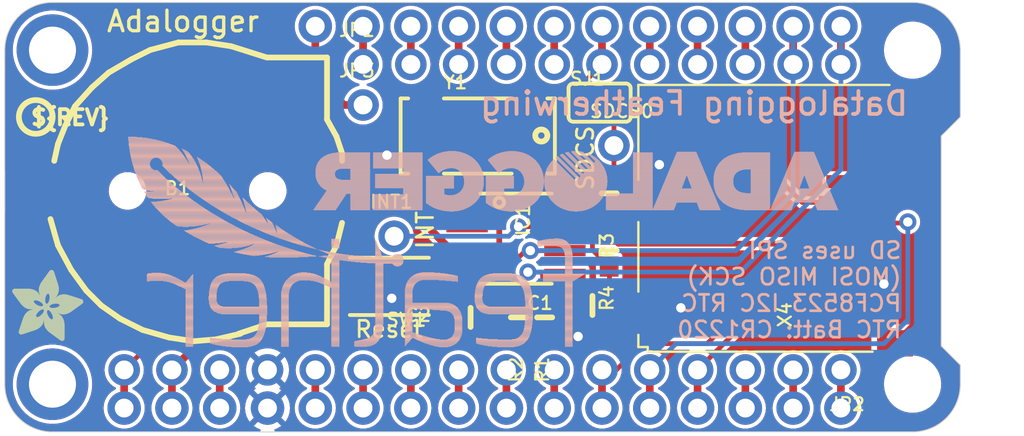
<source format=kicad_pcb>
(kicad_pcb (version 20221018) (generator pcbnew)
  (layers (0 "F.Cu" signal) (31 "B.Cu" signal) (34 "B.Paste" user) (35 "F.Paste" user) (36 "B.SilkS" user "B.Silkscreen") (37 "F.SilkS" user "F.Silkscreen") (38 "B.Mask" user) (39 "F.Mask" user) (44 "Edge.Cuts" user))
  (net 0 "")
  (net 1 "G")
  (net 2 "TX")
  (net 3 "RX")
  (net 4 "F")
  (net 5 "E")
  (net 6 "D")
  (net 7 "C")
  (net 8 "B")
  (net 9 "A")
  (net 10 "AREF")
  (net 11 "USB")
  (net 12 "N")
  (net 13 "M")
  (net 14 "L")
  (net 15 "J")
  (net 16 "I")
  (net 17 "H")
  (net 18 "SCL")
  (net 19 "SDA")
  (net 20 "GND")
  (net 21 "MOSI")
  (net 22 "MISO")
  (net 23 "SCK")
  (net 24 "+3V3")
  (net 25 "SD_CS")
  (net 26 "RESET")
  (net 27 "N$7")
  (net 28 "N$8")
  (net 29 "VBAT")
  (net 30 "EN")
  (net 31 "CR1220")
  (net 32 "INT1")
  (net 33 "CS")
  (net 34 "N$1")
  (footprint "working:PCBFEAT-REV-040" (layer "F.Cu") (at 124.7521 99.6696)
    (fp_text reference "U$5" hide)
    (fp_text value "" hide)
    (fp_text user "${REV}" (at -0.3556 0.508) (layer "F.SilkS") (effects (font (size 0.8128 0.8128) (thickness 0.2032)) (justify left bottom)))
  )
  (footprint "working:FEATHERWING_NODIM" (layer "F.Cu") (at 123.1011 116.4336)
    (fp_text reference "MS1" hide)
    (fp_text value "FEATHERWING_NODIM" hide)
    (pad "" np_thru_hole circle (at 48.26 -20.32) (size 2.54 2.54) (drill 2.54) (layers "*.Cu" "*.Mask"))
    (pad "" np_thru_hole circle (at 48.26 -2.54) (size 2.54 2.54) (drill 2.54) (layers "*.Cu" "*.Mask"))
    (pad "1" thru_hole circle (at 6.35 -1.27) (size 1.778 1.778) (drill 1) (layers "*.Cu" "*.Mask") (net 26 "RESET"))
    (pad "2" thru_hole circle (at 8.89 -1.27) (size 1.778 1.778) (drill 1) (layers "*.Cu" "*.Mask") (net 24 "+3V3"))
    (pad "3" thru_hole circle (at 11.43 -1.27) (size 1.778 1.778) (drill 1) (layers "*.Cu" "*.Mask") (net 10 "AREF"))
    (pad "4" thru_hole circle (at 13.97 -1.27) (size 1.778 1.778) (drill 1) (layers "*.Cu" "*.Mask") (net 20 "GND"))
    (pad "5" thru_hole circle (at 16.51 -1.27) (size 1.778 1.778) (drill 1) (layers "*.Cu" "*.Mask") (net 9 "A"))
    (pad "6" thru_hole circle (at 19.05 -1.27) (size 1.778 1.778) (drill 1) (layers "*.Cu" "*.Mask") (net 8 "B"))
    (pad "7" thru_hole circle (at 21.59 -1.27) (size 1.778 1.778) (drill 1) (layers "*.Cu" "*.Mask") (net 7 "C"))
    (pad "8" thru_hole circle (at 24.13 -1.27) (size 1.778 1.778) (drill 1) (layers "*.Cu" "*.Mask") (net 6 "D"))
    (pad "9" thru_hole circle (at 26.67 -1.27) (size 1.778 1.778) (drill 1) (layers "*.Cu" "*.Mask") (net 5 "E"))
    (pad "10" thru_hole circle (at 29.21 -1.27) (size 1.778 1.778) (drill 1) (layers "*.Cu" "*.Mask") (net 4 "F"))
    (pad "11" thru_hole circle (at 31.75 -1.27) (size 1.778 1.778) (drill 1) (layers "*.Cu" "*.Mask") (net 23 "SCK"))
    (pad "12" thru_hole circle (at 34.29 -1.27) (size 1.778 1.778) (drill 1) (layers "*.Cu" "*.Mask") (net 21 "MOSI"))
    (pad "13" thru_hole circle (at 36.83 -1.27) (size 1.778 1.778) (drill 1) (layers "*.Cu" "*.Mask") (net 22 "MISO"))
    (pad "14" thru_hole circle (at 39.37 -1.27) (size 1.778 1.778) (drill 1) (layers "*.Cu" "*.Mask") (net 3 "RX"))
    (pad "15" thru_hole circle (at 41.91 -1.27) (size 1.778 1.778) (drill 1) (layers "*.Cu" "*.Mask") (net 2 "TX"))
    (pad "16" thru_hole circle (at 44.45 -1.27) (size 1.778 1.778) (drill 1) (layers "*.Cu" "*.Mask") (net 1 "G"))
    (pad "17" thru_hole circle (at 44.45 -21.59) (size 1.778 1.778) (drill 1) (layers "*.Cu" "*.Mask") (net 19 "SDA"))
    (pad "18" thru_hole circle (at 41.91 -21.59) (size 1.778 1.778) (drill 1) (layers "*.Cu" "*.Mask") (net 18 "SCL"))
    (pad "19" thru_hole circle (at 39.37 -21.59) (size 1.778 1.778) (drill 1) (layers "*.Cu" "*.Mask") (net 17 "H"))
    (pad "20" thru_hole circle (at 36.83 -21.59) (size 1.778 1.778) (drill 1) (layers "*.Cu" "*.Mask") (net 16 "I"))
    (pad "21" thru_hole circle (at 34.29 -21.59) (size 1.778 1.778) (drill 1) (layers "*.Cu" "*.Mask") (net 15 "J"))
    (pad "22" thru_hole circle (at 31.75 -21.59) (size 1.778 1.778) (drill 1) (layers "*.Cu" "*.Mask") (net 33 "CS"))
    (pad "23" thru_hole circle (at 29.21 -21.59) (size 1.778 1.778) (drill 1) (layers "*.Cu" "*.Mask") (net 14 "L"))
    (pad "24" thru_hole circle (at 26.67 -21.59) (size 1.778 1.778) (drill 1) (layers "*.Cu" "*.Mask") (net 13 "M"))
    (pad "25" thru_hole circle (at 24.13 -21.59) (size 1.778 1.778) (drill 1) (layers "*.Cu" "*.Mask") (net 12 "N"))
    (pad "26" thru_hole circle (at 21.59 -21.59) (size 1.778 1.778) (drill 1) (layers "*.Cu" "*.Mask") (net 11 "USB"))
    (pad "27" thru_hole circle (at 19.05 -21.59) (size 1.778 1.778) (drill 1) (layers "*.Cu" "*.Mask") (net 30 "EN"))
    (pad "28" thru_hole circle (at 16.51 -21.59) (size 1.778 1.778) (drill 1) (layers "*.Cu" "*.Mask") (net 29 "VBAT"))
    (pad "P$1" thru_hole circle (at 2.54 -20.32) (size 3.81 3.81) (drill 2.5) (layers "*.Cu" "*.Mask"))
    (pad "P$2" thru_hole circle (at 2.54 -2.54) (size 3.81 3.81) (drill 2.5) (layers "*.Cu" "*.Mask"))
  )
  (footprint "working:SOIC8_150MIL" (layer "F.Cu") (at 150.2791 106.1466 -90)
    (fp_text reference "IC1" (at -1.905 -0.381 90) (layer "F.SilkS") (effects (font (size 0.692831 0.692831) (thickness 0.119969)) (justify right)))
    (fp_text value "PCF8523T")
    (pad "1" smd rect (at -1.905 2.6 270) (size 0.6 2.2) (layers "F.Cu" "F.Paste" "F.Mask") (net 27 "N$7"))
    (pad "2" smd rect (at -0.635 2.6 270) (size 0.6 2.2) (layers "F.Cu" "F.Paste" "F.Mask") (net 28 "N$8"))
    (pad "3" smd rect (at 0.635 2.6 270) (size 0.6 2.2) (layers "F.Cu" "F.Paste" "F.Mask") (net 31 "CR1220"))
    (pad "4" smd rect (at 1.905 2.6 270) (size 0.6 2.2) (layers "F.Cu" "F.Paste" "F.Mask") (net 20 "GND"))
    (pad "5" smd rect (at 1.905 -2.6 270) (size 0.6 2.2) (layers "F.Cu" "F.Paste" "F.Mask") (net 19 "SDA"))
    (pad "6" smd rect (at 0.635 -2.6 270) (size 0.6 2.2) (layers "F.Cu" "F.Paste" "F.Mask") (net 18 "SCL"))
    (pad "7" smd rect (at -0.635 -2.6 270) (size 0.6 2.2) (layers "F.Cu" "F.Paste" "F.Mask") (net 32 "INT1"))
    (pad "8" smd rect (at -1.905 -2.6 270) (size 0.6 2.2) (layers "F.Cu" "F.Paste" "F.Mask") (net 34 "N$1"))
  )
  (footprint "working:CR1220-2" (layer "F.Cu") (at 133.1341 103.6066)
    (fp_text reference "B1" (at -1.602 -0.14) (layer "F.SilkS") (effects (font (size 0.692831 0.692831) (thickness 0.119969)) (justify left)))
    (fp_text value "cr1220")
    (pad "" np_thru_hole circle (at -3.5 0) (size 1.5 1.5) (drill 1.5) (layers "*.Cu" "*.Mask"))
    (pad "" np_thru_hole circle (at 3.95 0) (size 1.5 1.5) (drill 1.5) (layers "*.Cu" "*.Mask"))
    (pad "+" smd rect (at 8.29 0) (size 4 2) (layers "F.Cu" "F.Paste" "F.Mask") (net 31 "CR1220"))
    (pad "-" smd rect (at -7.6 0) (size 4 2) (layers "F.Cu" "F.Paste" "F.Mask") (net 20 "GND"))
  )
  (footprint "working:0603-NO" (layer "F.Cu") (at 155.2321 103.7336 -90)
    (fp_text reference "R3" (at 2.032 0.127 90) (layer "F.SilkS") (effects (font (size 0.692831 0.692831) (thickness 0.119969)) (justify right)))
    (fp_text value "100K")
    (pad "1" smd rect (at -0.85 0 270) (size 1.075 1) (layers "F.Cu" "F.Paste" "F.Mask") (net 25 "SD_CS"))
    (pad "2" smd rect (at 0.85 0 270) (size 1.075 1) (layers "F.Cu" "F.Paste" "F.Mask") (net 24 "+3V3"))
  )
  (footprint "working:1X11_ROUND" (layer "F.Cu") (at 154.8511 96.8756)
    (fp_text reference "JP1" (at -14.0462 -1.8288) (layer "F.SilkS") (effects (font (size 0.692831 0.692831) (thickness 0.119969)) (justify left)))
    (fp_text value "")
    (pad "1" thru_hole circle (at -12.7 0 90) (size 1.6764 1.6764) (drill 1) (layers "*.Cu" "*.Mask") (net 30 "EN"))
    (pad "2" thru_hole circle (at -10.16 0 90) (size 1.6764 1.6764) (drill 1) (layers "*.Cu" "*.Mask") (net 11 "USB"))
    (pad "3" thru_hole circle (at -7.62 0 90) (size 1.6764 1.6764) (drill 1) (layers "*.Cu" "*.Mask") (net 12 "N"))
    (pad "4" thru_hole circle (at -5.08 0 90) (size 1.6764 1.6764) (drill 1) (layers "*.Cu" "*.Mask") (net 13 "M"))
    (pad "5" thru_hole circle (at -2.54 0 90) (size 1.6764 1.6764) (drill 1) (layers "*.Cu" "*.Mask") (net 14 "L"))
    (pad "6" thru_hole circle (at 0 0 90) (size 1.6764 1.6764) (drill 1) (layers "*.Cu" "*.Mask") (net 33 "CS"))
    (pad "7" thru_hole circle (at 2.54 0 90) (size 1.6764 1.6764) (drill 1) (layers "*.Cu" "*.Mask") (net 15 "J"))
    (pad "8" thru_hole circle (at 5.08 0 90) (size 1.6764 1.6764) (drill 1) (layers "*.Cu" "*.Mask") (net 16 "I"))
    (pad "9" thru_hole circle (at 7.62 0 90) (size 1.6764 1.6764) (drill 1) (layers "*.Cu" "*.Mask") (net 17 "H"))
    (pad "10" thru_hole circle (at 10.16 0 90) (size 1.6764 1.6764) (drill 1) (layers "*.Cu" "*.Mask") (net 18 "SCL"))
    (pad "11" thru_hole circle (at 12.7 0 90) (size 1.6764 1.6764) (drill 1) (layers "*.Cu" "*.Mask") (net 19 "SDA"))
  )
  (footprint "working:0603-NO" (layer "F.Cu") (at 150.4061 110.3376 -90)
    (fp_text reference "R2" (at 2.032 0.127 90) (layer "F.SilkS") (effects (font (size 0.692831 0.692831) (thickness 0.119969)) (justify right)))
    (fp_text value "10K")
    (pad "1" smd rect (at -0.85 0 270) (size 1.075 1) (layers "F.Cu" "F.Paste" "F.Mask") (net 18 "SCL"))
    (pad "2" smd rect (at 0.85 0 270) (size 1.075 1) (layers "F.Cu" "F.Paste" "F.Mask") (net 24 "+3V3"))
  )
  (footprint "working:0603-NO" (layer "F.Cu") (at 151.8031 110.3376 -90)
    (fp_text reference "R1" (at 2.032 0.127 90) (layer "F.SilkS") (effects (font (size 0.692831 0.692831) (thickness 0.119969)) (justify right)))
    (fp_text value "10K")
    (pad "1" smd rect (at -0.85 0 270) (size 1.075 1) (layers "F.Cu" "F.Paste" "F.Mask") (net 19 "SDA"))
    (pad "2" smd rect (at 0.85 0 270) (size 1.075 1) (layers "F.Cu" "F.Paste" "F.Mask") (net 24 "+3V3"))
  )
  (footprint "working:0603-NO" (layer "F.Cu") (at 155.2321 106.7816 -90)
    (fp_text reference "R4" (at 1.778 0.127 90) (layer "F.SilkS") (effects (font (size 0.692831 0.692831) (thickness 0.119969)) (justify right)))
    (fp_text value "1K")
    (pad "1" smd rect (at -0.85 0 270) (size 1.075 1) (layers "F.Cu" "F.Paste" "F.Mask") (net 24 "+3V3"))
    (pad "2" smd rect (at 0.85 0 270) (size 1.075 1) (layers "F.Cu" "F.Paste" "F.Mask") (net 34 "N$1"))
  )
  (footprint "working:1X16_ROUND" (layer "F.Cu") (at 148.5011 113.1316 180)
    (fp_text reference "JP2" (at -20.3962 -1.8288) (layer "F.SilkS") (effects (font (size 0.692831 0.692831) (thickness 0.119969)) (justify right)))
    (fp_text value "")
    (pad "1" thru_hole circle (at -19.05 0 270) (size 1.6764 1.6764) (drill 1) (layers "*.Cu" "*.Mask") (net 1 "G"))
    (pad "2" thru_hole circle (at -16.51 0 270) (size 1.6764 1.6764) (drill 1) (layers "*.Cu" "*.Mask") (net 2 "TX"))
    (pad "3" thru_hole circle (at -13.97 0 270) (size 1.6764 1.6764) (drill 1) (layers "*.Cu" "*.Mask") (net 3 "RX"))
    (pad "4" thru_hole circle (at -11.43 0 270) (size 1.6764 1.6764) (drill 1) (layers "*.Cu" "*.Mask") (net 22 "MISO"))
    (pad "5" thru_hole circle (at -8.89 0 270) (size 1.6764 1.6764) (drill 1) (layers "*.Cu" "*.Mask") (net 21 "MOSI"))
    (pad "6" thru_hole circle (at -6.35 0 270) (size 1.6764 1.6764) (drill 1) (layers "*.Cu" "*.Mask") (net 23 "SCK"))
    (pad "7" thru_hole circle (at -3.81 0 270) (size 1.6764 1.6764) (drill 1) (layers "*.Cu" "*.Mask") (net 4 "F"))
    (pad "8" thru_hole circle (at -1.27 0 270) (size 1.6764 1.6764) (drill 1) (layers "*.Cu" "*.Mask") (net 5 "E"))
    (pad "9" thru_hole circle (at 1.27 0 270) (size 1.6764 1.6764) (drill 1) (layers "*.Cu" "*.Mask") (net 6 "D"))
    (pad "10" thru_hole circle (at 3.81 0 270) (size 1.6764 1.6764) (drill 1) (layers "*.Cu" "*.Mask") (net 7 "C"))
    (pad "11" thru_hole circle (at 6.35 0 270) (size 1.6764 1.6764) (drill 1) (layers "*.Cu" "*.Mask") (net 8 "B"))
    (pad "12" thru_hole circle (at 8.89 0 270) (size 1.6764 1.6764) (drill 1) (layers "*.Cu" "*.Mask") (net 9 "A"))
    (pad "13" thru_hole circle (at 11.43 0 270) (size 1.6764 1.6764) (drill 1) (layers "*.Cu" "*.Mask") (net 20 "GND"))
    (pad "14" thru_hole circle (at 13.97 0 270) (size 1.6764 1.6764) (drill 1) (layers "*.Cu" "*.Mask") (net 10 "AREF"))
    (pad "15" thru_hole circle (at 16.51 0 270) (size 1.6764 1.6764) (drill 1) (layers "*.Cu" "*.Mask") (net 24 "+3V3"))
    (pad "16" thru_hole circle (at 19.05 0 270) (size 1.6764 1.6764) (drill 1) (layers "*.Cu" "*.Mask") (net 26 "RESET"))
  )
  (footprint "working:FIDUCIAL_1MM" (layer "F.Cu") (at 127.9271 111.6076)
    (fp_text reference "FID2" hide)
    (fp_text value "FIDUCIAL_1MM" hide)
    (pad "1" smd roundrect (at 0 0) (size 1 1) (layers "F.Cu" "F.Mask") (roundrect_rratio 0.5))
  )
  (footprint "working:CRYSTAL_8X3.8" (layer "F.Cu") (at 148.2471 100.6856)
    (fp_text reference "Y1" (at -1.9 -2.854) (layer "F.SilkS") (effects (font (size 0.692831 0.692831) (thickness 0.119969)) (justify left)))
    (fp_text value "32khz")
    (pad "P$1" smd rect (at -2.75 1.6) (size 1.3 1.9) (layers "F.Cu" "F.Paste" "F.Mask") (net 28 "N$8"))
    (pad "P$2" smd rect (at 2.75 1.6) (size 1.3 1.9) (layers "F.Cu" "F.Paste" "F.Mask"))
    (pad "P$3" smd rect (at 2.75 -1.6) (size 1.3 1.9) (layers "F.Cu" "F.Paste" "F.Mask"))
    (pad "P$4" smd rect (at -2.75 -1.6) (size 1.3 1.9) (layers "F.Cu" "F.Paste" "F.Mask") (net 27 "N$7"))
  )
  (footprint "working:MICROSD" (layer "F.Cu") (at 156.8831 112.1156 90)
    (fp_text reference "X4" (at 1.18 7.69 90) (layer "F.SilkS") (effects (font (size 0.692831 0.692831) (thickness 0.119969)) (justify left)))
    (fp_text value "microsd")
    (pad "1" smd rect (at 9 10.64 90) (size 0.7 1.5) (layers "F.Cu" "F.Paste" "F.Mask"))
    (pad "2" smd rect (at 7.9 10.24 90) (size 0.7 1.5) (layers "F.Cu" "F.Paste" "F.Mask") (net 25 "SD_CS"))
    (pad "3" smd rect (at 6.8 10.64 90) (size 0.7 1.5) (layers "F.Cu" "F.Paste" "F.Mask") (net 21 "MOSI"))
    (pad "4" smd rect (at 5.7 11.04 90) (size 0.7 1.5) (layers "F.Cu" "F.Paste" "F.Mask") (net 24 "+3V3"))
    (pad "5" smd rect (at 4.6 10.64 90) (size 0.7 1.5) (layers "F.Cu" "F.Paste" "F.Mask") (net 23 "SCK"))
    (pad "6" smd rect (at 3.5 11.04 90) (size 0.7 1.5) (layers "F.Cu" "F.Paste" "F.Mask") (net 20 "GND"))
    (pad "7" smd rect (at 2.4 10.64 90) (size 0.7 1.5) (layers "F.Cu" "F.Paste" "F.Mask") (net 22 "MISO"))
    (pad "8" smd rect (at 1.3 10.64 90) (size 0.7 1.5) (layers "F.Cu" "F.Paste" "F.Mask"))
    (pad "CD1" smd rect (at 2 0.44 180) (size 1.4 1.8) (layers "F.Cu" "F.Paste" "F.Mask"))
    (pad "CD2" smd rect (at 8 0.44 180) (size 1.4 1.8) (layers "F.Cu" "F.Paste" "F.Mask"))
    (pad "MT1" smd rect (at 0.4 13.54 90) (size 1.4 1.9) (layers "F.Cu" "F.Paste" "F.Mask") (net 20 "GND"))
    (pad "MT2" smd rect (at 13.6 14.44 90) (size 1.4 1.9) (layers "F.Cu" "F.Paste" "F.Mask") (net 20 "GND"))
  )
  (footprint "working:FIDUCIAL_1MM" (layer "F.Cu") (at 170.4721 101.4476)
    (fp_text reference "FID1" hide)
    (fp_text value "FIDUCIAL_1MM" hide)
    (pad "1" smd roundrect (at 0 0) (size 1 1) (layers "F.Cu" "F.Mask") (roundrect_rratio 0.5))
  )
  (footprint "working:SOLDERJUMPER_CLOSEDWIRE" (layer "F.Cu") (at 154.7241 98.9076)
    (fp_text reference "SJ1" (at -1.651 -1.27) (layer "F.SilkS") (effects (font (size 0.692831 0.692831) (thickness 0.119969)) (justify left)))
    (fp_text value "")
    (pad "1" smd rect (at -0.762 0) (size 1.1684 1.6002) (layers "F.Cu" "F.Mask") (net 33 "CS"))
    (pad "2" smd rect (at 0.762 0) (size 1.1684 1.6002) (layers "F.Cu" "F.Mask") (net 25 "SD_CS"))
    (pad "WIRE" smd rect (at 0 0) (size 0.635 0.2032) (layers "F.Cu" "F.Mask"))
  )
  (footprint "working:1X01_ROUND" (layer "F.Cu") (at 142.1511 99.0346)
    (fp_text reference "JP3" (at -1.3462 -1.8288) (layer "F.SilkS") (effects (font (size 0.692831 0.692831) (thickness 0.119969)) (justify left)))
    (fp_text value "")
    (pad "1" thru_hole circle (at 0 0 90) (size 1.6764 1.6764) (drill 1) (layers "*.Cu" "*.Mask") (net 29 "VBAT"))
  )
  (footprint "working:ADAFRUIT_3.5MM" (layer "F.Cu") (at 123.4821 111.6076)
    (fp_text reference "U$4" hide)
    (fp_text value "" hide)
  )
  (footprint "working:BTN_KMR2_4.6X2.8" (layer "F.Cu") (at 143.5481 108.6866 180)
    (fp_text reference "SW1" (at -2.032 -1.778) (layer "F.SilkS") (effects (font (size 0.692831 0.692831) (thickness 0.119969)) (justify right)))
    (fp_text value "KMR2")
    (pad "A" smd rect (at 2.05 -0.8 180) (size 0.9 0.9) (layers "F.Cu" "F.Paste" "F.Mask") (net 20 "GND"))
    (pad "A'" smd rect (at -2.05 -0.8 180) (size 0.9 0.9) (layers "F.Cu" "F.Paste" "F.Mask") (net 20 "GND"))
    (pad "B" smd rect (at 2.05 0.8 180) (size 0.9 0.9) (layers "F.Cu" "F.Paste" "F.Mask") (net 26 "RESET"))
    (pad "B'" smd rect (at -2.05 0.8 180) (size 0.9 0.9) (layers "F.Cu" "F.Paste" "F.Mask") (net 26 "RESET"))
  )
  (footprint "working:0805-NO" (layer "F.Cu") (at 147.8661 110.3376 180)
    (fp_text reference "C2" (at 2.032 0.127) (layer "F.SilkS") (effects (font (size 0.692831 0.692831) (thickness 0.119969)) (justify right)))
    (fp_text value "10uF")
    (pad "1" smd rect (at -0.95 0 180) (size 1.24 1.5) (layers "F.Cu" "F.Paste" "F.Mask") (net 24 "+3V3"))
    (pad "2" smd rect (at 0.95 0 180) (size 1.24 1.5) (layers "F.Cu" "F.Paste" "F.Mask") (net 20 "GND"))
  )
  (footprint "working:0805-NO" (layer "F.Cu") (at 154.3431 109.7026 180)
    (fp_text reference "C1" (at 2.032 0.127) (layer "F.SilkS") (effects (font (size 0.692831 0.692831) (thickness 0.119969)) (justify right)))
    (fp_text value "10uF")
    (pad "1" smd rect (at -0.95 0 180) (size 1.24 1.5) (layers "F.Cu" "F.Paste" "F.Mask") (net 34 "N$1"))
    (pad "2" smd rect (at 0.95 0 180) (size 1.24 1.5) (layers "F.Cu" "F.Paste" "F.Mask") (net 20 "GND"))
  )
  (footprint "working:1X01_ROUND" (layer "F.Cu") (at 143.8021 106.0196)
    (fp_text reference "INT1" (at -1.3462 -1.8288) (layer "F.SilkS") (effects (font (size 0.692831 0.692831) (thickness 0.119969)) (justify left)))
    (fp_text value "")
    (pad "1" thru_hole circle (at 0 0 90) (size 1.6764 1.6764) (drill 1) (layers "*.Cu" "*.Mask") (net 32 "INT1"))
  )
  (footprint "working:1X01_ROUND" (layer "F.Cu") (at 155.4861 101.1936)
    (fp_text reference "SDCS0" (at -1.3462 -1.8288) (layer "F.SilkS") (effects (font (size 0.692831 0.692831) (thickness 0.119969)) (justify left)))
    (fp_text value "")
    (pad "1" thru_hole circle (at 0 0 90) (size 1.6764 1.6764) (drill 1) (layers "*.Cu" "*.Mask") (net 25 "SD_CS"))
  )
  (footprint "working:ADALOGGER_LOGO" (layer "B.Cu") (at 167.4241 104.7496 180)
    (fp_text reference "U$3" hide)
    (fp_text value "" hide)
  )
  (footprint "working:FEATHERLOGO" (layer "B.Cu") (at 153.9621 111.9886 180)
    (fp_text reference "U$2" hide)
    (fp_text value "" hide)
  )
  (gr_arc (start 173.9011 113.8936) (mid 173.157151 115.689651) (end 171.3611 116.4336) (stroke (width 0.05)) (layer "Edge.Cuts"))
  (gr_line (start 171.3611 116.4336) (end 125.6411 116.4336) (stroke (width 0.05)) (layer "Edge.Cuts"))
  (gr_arc (start 123.1011 96.1136) (mid 123.845049 94.317549) (end 125.6411 93.5736) (stroke (width 0.05)) (layer "Edge.Cuts"))
  (gr_line (start 173.9011 112.8776) (end 173.9011 113.8936) (stroke (width 0.05)) (layer "Edge.Cuts"))
  (gr_line (start 171.3611 93.5736) (end 125.6411 93.5736) (stroke (width 0.05)) (layer "Edge.Cuts"))
  (gr_arc (start 171.3611 93.5736) (mid 173.157151 94.317549) (end 173.9011 96.1136) (stroke (width 0.05)) (layer "Edge.Cuts"))
  (gr_line (start 173.9011 99.6696) (end 172.8851 100.6856) (stroke (width 0.05)) (layer "Edge.Cuts"))
  (gr_line (start 123.1011 113.8936) (end 123.1011 96.1136) (stroke (width 0.05)) (layer "Edge.Cuts"))
  (gr_line (start 172.8851 100.6856) (end 172.8851 111.8616) (stroke (width 0.05)) (layer "Edge.Cuts"))
  (gr_arc (start 125.6411 116.4336) (mid 123.845049 115.689651) (end 123.1011 113.8936) (stroke (width 0.05)) (layer "Edge.Cuts"))
  (gr_line (start 172.8851 111.8616) (end 173.9011 112.8776) (stroke (width 0.05)) (layer "Edge.Cuts"))
  (gr_line (start 173.9011 96.1136) (end 173.9011 99.6696) (stroke (width 0.05)) (layer "Edge.Cuts"))
  (gr_text "SD uses SPI \n(MOSI MISO SCK)\nPCF8523 I2C RTC\nRTC Batt: CR1220" (at 170.8531 111.5046) (layer "B.SilkS") (effects (font (size 0.87376 0.87376) (thickness 0.14224)) (justify left bottom mirror)))
  (gr_text "Datalogging Featherwing" (at 171.2341 99.6696) (layer "B.SilkS") (effects (font (size 1.223264 1.223264) (thickness 0.199136)) (justify left bottom mirror)))
  (gr_text "Reset" (at 141.6431 111.4806) (layer "F.SilkS") (effects (font (size 0.87376 0.87376) (thickness 0.14224)) (justify left bottom)))
  (gr_text "INT" (at 145.9611 106.7816 90) (layer "F.SilkS") (effects (font (size 0.87376 0.87376) (thickness 0.14224)) (justify left bottom)))
  (gr_text "SDCS" (at 153.4541 100.0506 90) (layer "F.SilkS") (effects (font (size 0.87376 0.87376) (thickness 0.14224)) (justify right top)))
  (gr_text "Adalogger" (at 128.4351 95.2246) (layer "F.SilkS") (effects (font (size 1.0922 1.0922) (thickness 0.1778)) (justify left bottom)))
  (segment (start 167.5511 113.1316) (end 167.5511 115.1636) (width 0.4064) (layer "F.Cu") (net 1))
  (segment (start 165.0111 113.1316) (end 165.0111 115.1636) (width 0.4064) (layer "F.Cu") (net 2))
  (segment (start 162.4711 113.1316) (end 162.4711 115.1636) (width 0.4064) (layer "F.Cu") (net 3))
  (segment (start 152.3111 115.1636) (end 152.3111 113.1316) (width 0.4064) (layer "F.Cu") (net 4))
  (segment (start 149.7711 115.1636) (end 149.7711 113.1316) (width 0.4064) (layer "F.Cu") (net 5))
  (segment (start 147.2311 115.1636) (end 147.2311 113.1316) (width 0.4064) (layer "F.Cu") (net 6))
  (segment (start 144.6911 113.1316) (end 144.6911 115.1636) (width 0.4064) (layer "F.Cu") (net 7))
  (segment (start 142.1511 115.1636) (end 142.1511 113.1316) (width 0.4064) (layer "F.Cu") (net 8))
  (segment (start 139.6111 115.1636) (end 139.6111 113.1316) (width 0.4064) (layer "F.Cu") (net 9))
  (segment (start 134.5311 115.1636) (end 134.5311 113.1316) (width 0.4064) (layer "F.Cu") (net 10))
  (segment (start 144.6911 94.8436) (end 144.6911 96.8756) (width 0.4064) (layer "F.Cu") (net 11))
  (segment (start 147.2311 96.8756) (end 147.2311 94.8436) (width 0.4064) (layer "F.Cu") (net 12))
  (segment (start 149.7711 96.8756) (end 149.7711 94.8436) (width 0.4064) (layer "F.Cu") (net 13))
  (segment (start 152.3111 96.8756) (end 152.3111 94.8436) (width 0.4064) (layer "F.Cu") (net 14))
  (segment (start 157.3911 96.8756) (end 157.3911 94.8436) (width 0.4064) (layer "F.Cu") (net 15))
  (segment (start 159.9311 96.8756) (end 159.9311 94.8436) (width 0.4064) (layer "F.Cu") (net 16))
  (segment (start 162.4711 96.8756) (end 162.4711 94.8436) (width 0.4064) (layer "F.Cu") (net 17))
  (segment (start 150.0251 108.6866) (end 150.2791 108.9406) (width 0.254) (layer "F.Cu") (net 18))
  (segment (start 165.0111 96.8756) (end 165.0111 94.8436) (width 0.4064) (layer "F.Cu") (net 18))
  (segment (start 150.0251 107.5436) (end 150.7871 106.7816) (width 0.254) (layer "F.Cu") (net 18))
  (segment (start 150.0251 107.5436) (end 150.0251 108.6866) (width 0.254) (layer "F.Cu") (net 18))
  (segment (start 150.7871 106.7816) (end 151.0411 106.7816) (width 0.254) (layer "F.Cu") (net 18))
  (segment (start 151.0411 106.7816) (end 152.8791 106.7816) (width 0.254) (layer "F.Cu") (net 18))
  (segment (start 150.2791 108.9406) (end 150.4061 109.4876) (width 0.254) (layer "F.Cu") (net 18))
  (via (at 151.0411 106.7816) (size 0.9064) (drill 0.5) (layers "F.Cu" "B.Cu") (net 18))
  (segment (start 165.0111 103.7336) (end 165.0111 94.8436) (width 0.254) (layer "B.Cu") (net 18))
  (segment (start 161.9631 106.7816) (end 165.0111 103.7336) (width 0.254) (layer "B.Cu") (net 18))
  (segment (start 161.9631 106.7816) (end 151.0411 106.7816) (width 0.254) (layer "B.Cu") (net 18))
  (segment (start 151.6761 107.9246) (end 150.9141 107.9246) (width 0.254) (layer "F.Cu") (net 19))
  (segment (start 152.8791 107.9246) (end 151.6761 107.9246) (width 0.254) (layer "F.Cu") (net 19))
  (segment (start 151.8031 109.4876) (end 151.6761 107.9246) (width 0.254) (layer "F.Cu") (net 19))
  (segment (start 152.8791 108.2846) (end 152.8791 108.0516) (width 0.254) (layer "F.Cu") (net 19))
  (segment (start 167.5511 96.8756) (end 167.5511 94.8436) (width 0.4064) (layer "F.Cu") (net 19))
  (segment (start 152.8791 108.0516) (end 152.8791 107.9246) (width 0.254) (layer "F.Cu") (net 19))
  (via (at 150.9141 107.9246) (size 0.9064) (drill 0.5) (layers "F.Cu" "B.Cu") (net 19))
  (segment (start 162.2171 107.9246) (end 167.5511 102.4636) (width 0.254) (layer "B.Cu") (net 19))
  (segment (start 167.5511 102.4636) (end 167.5511 94.8436) (width 0.254) (layer "B.Cu") (net 19))
  (segment (start 150.9141 107.9246) (end 162.2171 107.9246) (width 0.254) (layer "B.Cu") (net 19))
  (segment (start 145.5981 109.4866) (end 146.1441 109.1946) (width 0.254) (layer "F.Cu") (net 20))
  (segment (start 141.4981 109.4866) (end 145.5981 109.4866) (width 0.254) (layer "F.Cu") (net 20))
  (via (at 159.0421 109.8296) (size 0.9064) (drill 0.5) (layers "F.Cu" "B.Cu") (net 20))
  (via (at 169.8371 108.5596) (size 0.9064) (drill 0.5) (layers "F.Cu" "B.Cu") (net 20))
  (via (at 157.8991 102.2096) (size 0.9064) (drill 0.5) (layers "F.Cu" "B.Cu") (net 20))
  (via (at 143.4211 101.7016) (size 0.9064) (drill 0.5) (layers "F.Cu" "B.Cu") (net 20))
  (via (at 153.5811 111.3536) (size 0.9064) (drill 0.5) (layers "F.Cu" "B.Cu") (net 20))
  (via (at 143.6751 109.3216) (size 0.9064) (drill 0.5) (layers "F.Cu" "B.Cu") (net 20))
  (segment (start 157.3911 113.1316) (end 157.3911 115.1636) (width 0.4064) (layer "F.Cu") (net 21))
  (segment (start 171.0491 105.3156) (end 167.5231 105.3156) (width 0.254) (layer "F.Cu") (net 21))
  (segment (start 171.1071 105.2576) (end 171.0491 105.3156) (width 0.254) (layer "F.Cu") (net 21))
  (via (at 171.1071 105.2576) (size 0.9064) (drill 0.5) (layers "F.Cu" "B.Cu") (net 21))
  (segment (start 171.1071 110.4646) (end 171.1071 105.2576) (width 0.254) (layer "B.Cu") (net 21))
  (segment (start 157.3911 113.1316) (end 158.7881 111.7346) (width 0.254) (layer "B.Cu") (net 21))
  (segment (start 171.1071 110.5916) (end 171.1071 110.4646) (width 0.254) (layer "B.Cu") (net 21))
  (segment (start 158.7881 111.7346) (end 169.8371 111.7346) (width 0.254) (layer "B.Cu") (net 21))
  (segment (start 169.8371 111.7346) (end 171.1071 110.4646) (width 0.254) (layer "B.Cu") (net 21))
  (segment (start 159.9311 113.1316) (end 159.9311 115.1636) (width 0.4064) (layer "F.Cu") (net 22))
  (segment (start 163.3471 109.7156) (end 167.5231 109.7156) (width 0.254) (layer "F.Cu") (net 22))
  (segment (start 159.9311 113.1316) (end 163.3471 109.7156) (width 0.254) (layer "F.Cu") (net 22))
  (segment (start 154.8511 113.1316) (end 154.8511 115.1636) (width 0.4064) (layer "F.Cu") (net 23))
  (segment (start 167.4241 107.4166) (end 167.5231 107.5156) (width 0.254) (layer "F.Cu") (net 23))
  (segment (start 155.6131 113.1316) (end 157.0101 111.7346) (width 0.254) (layer "F.Cu") (net 23))
  (segment (start 160.4391 111.7346) (end 164.7571 107.4166) (width 0.254) (layer "F.Cu") (net 23))
  (segment (start 154.8511 113.1316) (end 155.6131 113.1316) (width 0.254) (layer "F.Cu") (net 23))
  (segment (start 164.7571 107.4166) (end 167.4241 107.4166) (width 0.254) (layer "F.Cu") (net 23))
  (segment (start 157.0101 111.7346) (end 160.4391 111.7346) (width 0.254) (layer "F.Cu") (net 23))
  (segment (start 131.9911 113.1316) (end 133.3881 111.7346) (width 0.4064) (layer "F.Cu") (net 24))
  (segment (start 150.4061 111.1876) (end 151.8031 111.1876) (width 0.254) (layer "F.Cu") (net 24))
  (segment (start 155.2321 104.5836) (end 155.2321 105.9316) (width 0.3048) (layer "F.Cu") (net 24))
  (segment (start 133.3881 111.7346) (end 147.9931 111.7346) (width 0.4064) (layer "F.Cu") (net 24))
  (segment (start 149.4291 110.3376) (end 148.8161 110.3376) (width 0.254) (layer "F.Cu") (net 24))
  (segment (start 148.8161 109.3876) (end 148.8161 110.3376) (width 0.3048) (layer "F.Cu") (net 24))
  (segment (start 131.9911 113.1316) (end 131.9911 115.1636) (width 0.4064) (layer "F.Cu") (net 24))
  (segment (start 148.8161 110.9116) (end 148.8161 110.3376) (width 0.4064) (layer "F.Cu") (net 24))
  (segment (start 149.3901 108.8136) (end 149.3901 108.5596) (width 0.3048) (layer "F.Cu") (net 24))
  (segment (start 149.3901 108.8136) (end 148.8161 109.3876) (width 0.3048) (layer "F.Cu") (net 24))
  (segment (start 150.4061 111.1876) (end 149.9371 110.8456) (width 0.254) (layer "F.Cu") (net 24))
  (segment (start 149.9371 110.8456) (end 149.4291 110.3376) (width 0.254) (layer "F.Cu") (net 24))
  (segment (start 154.8511 104.1146) (end 154.8901 104.1146) (width 0.254) (layer "F.Cu") (net 24))
  (segment (start 149.3901 108.5596) (end 149.3901 105.3846) (width 0.3048) (layer "F.Cu") (net 24))
  (segment (start 154.3431 103.6066) (end 154.8511 104.1146) (width 0.3048) (layer "F.Cu") (net 24))
  (segment (start 155.7161 106.4156) (end 167.9231 106.4156) (width 0.3048) (layer "F.Cu") (net 24))
  (segment (start 155.2321 105.9316) (end 155.7161 106.4156) (width 0.3048) (layer "F.Cu") (net 24))
  (segment (start 147.9931 111.7346) (end 148.8161 110.9116) (width 0.4064) (layer "F.Cu") (net 24))
  (segment (start 149.3901 105.3846) (end 151.1681 103.6066) (width 0.3048) (layer "F.Cu") (net 24))
  (segment (start 154.8901 104.1146) (end 155.2321 104.5836) (width 0.3048) (layer "F.Cu") (net 24))
  (segment (start 151.1681 103.6066) (end 154.3431 103.6066) (width 0.254) (layer "F.Cu") (net 24))
  (segment (start 165.4931 104.2156) (end 160.3121 99.0346) (width 0.254) (layer "F.Cu") (net 25))
  (segment (start 155.4861 102.6296) (end 155.4861 101.1936) (width 0.254) (layer "F.Cu") (net 25))
  (segment (start 155.6131 99.0346) (end 155.4861 98.9076) (width 0.254) (layer "F.Cu") (net 25))
  (segment (start 155.2321 102.8836) (end 155.4861 102.6296) (width 0.254) (layer "F.Cu") (net 25))
  (segment (start 167.1231 104.2156) (end 165.4931 104.2156) (width 0.254) (layer "F.Cu") (net 25))
  (segment (start 160.3121 99.0346) (end 155.6131 99.0346) (width 0.254) (layer "F.Cu") (net 25))
  (segment (start 155.4861 101.1936) (end 155.4861 98.9076) (width 0.254) (layer "F.Cu") (net 25))
  (segment (start 129.4511 113.1316) (end 129.4511 115.1636) (width 0.4064) (layer "F.Cu") (net 26))
  (segment (start 141.4981 107.8866) (end 145.5981 107.8866) (width 0.254) (layer "F.Cu") (net 26))
  (segment (start 141.4981 107.8866) (end 134.6961 107.8866) (width 0.254) (layer "F.Cu") (net 26))
  (segment (start 134.6961 107.8866) (end 129.4511 113.1316) (width 0.254) (layer "F.Cu") (net 26))
  (segment (start 145.4971 99.0856) (end 147.8061 101.5216) (width 0.254) (layer "F.Cu") (net 27))
  (segment (start 147.8061 101.5216) (end 147.6791 104.2416) (width 0.254) (layer "F.Cu") (net 27))
  (segment (start 145.4971 102.2856) (end 145.4971 104.0316) (width 0.254) (layer "F.Cu") (net 28))
  (segment (start 145.4971 104.0316) (end 146.8501 105.3846) (width 0.254) (layer "F.Cu") (net 28))
  (segment (start 146.8501 105.3846) (end 147.6791 105.5116) (width 0.254) (layer "F.Cu") (net 28))
  (segment (start 139.6111 94.8436) (end 139.6111 97.5106) (width 0.4064) (layer "F.Cu") (net 29))
  (segment (start 141.1351 99.0346) (end 142.1511 99.0346) (width 0.4064) (layer "F.Cu") (net 29))
  (segment (start 139.6111 97.5106) (end 141.1351 99.0346) (width 0.4064) (layer "F.Cu") (net 29))
  (segment (start 142.1511 94.8436) (end 142.1511 96.8756) (width 0.4064) (layer "F.Cu") (net 30))
  (segment (start 146.8501 106.7816) (end 147.6791 106.7816) (width 0.4064) (layer "F.Cu") (net 31))
  (segment (start 141.4241 103.6066) (end 143.6751 103.6066) (width 0.4064) (layer "F.Cu") (net 31))
  (segment (start 143.6751 103.6066) (end 146.8501 106.7816) (width 0.4064) (layer "F.Cu") (net 31))
  (segment (start 152.8791 105.5116) (end 150.4061 105.5116) (width 0.254) (layer "F.Cu") (net 32))
  (via (at 150.4061 105.5116) (size 0.889) (drill 0.4826) (layers "F.Cu" "B.Cu") (net 32))
  (segment (start 150.4061 105.5116) (end 149.8981 106.0196) (width 0.254) (layer "B.Cu") (net 32))
  (segment (start 149.8981 106.0196) (end 143.8021 106.0196) (width 0.254) (layer "B.Cu") (net 32))
  (segment (start 153.9621 98.9076) (end 153.9621 97.7646) (width 0.254) (layer "F.Cu") (net 33))
  (segment (start 154.8511 96.8756) (end 154.8511 94.8436) (width 0.4064) (layer "F.Cu") (net 33))
  (segment (start 153.9621 97.7646) (end 154.8511 96.8756) (width 0.254) (layer "F.Cu") (net 33))
  (segment (start 152.8791 104.2416) (end 153.9621 104.2416) (width 0.254) (layer "F.Cu") (net 34))
  (segment (start 154.3431 104.6226) (end 154.3431 106.7426) (width 0.254) (layer "F.Cu") (net 34))
  (segment (start 154.3431 106.7426) (end 155.2321 107.6316) (width 0.254) (layer "F.Cu") (net 34))
  (segment (start 155.2321 107.6316) (end 155.2931 109.7026) (width 0.254) (layer "F.Cu") (net 34))
  (segment (start 153.9621 104.2416) (end 154.3431 104.6226) (width 0.254) (layer "F.Cu") (net 34))
  (zone (net 20) (net_name "GND") (layer "F.Cu") (priority 6) (connect_pads (clearance 0.000001)) (min_thickness 0.127) (fill yes (thermal_gap 0.304) (thermal_bridge_width 0.304))
    (polygon (pts (xy 174.0281 116.5606) (xy 122.9741 116.5606) (xy 122.9741 93.4466) (xy 174.0281 93.4466)))
  )
  (zone (net 20) (net_name "GND") (layer "B.Cu") (priority 6) (connect_pads (clearance 0.000001)) (min_thickness 0.127) (fill yes (thermal_gap 0.304) (thermal_bridge_width 0.304))
    (polygon (pts (xy 174.0281 116.5606) (xy 122.9741 116.5606) (xy 122.9741 93.4466) (xy 174.0281 93.4466)))
  )
)
</source>
